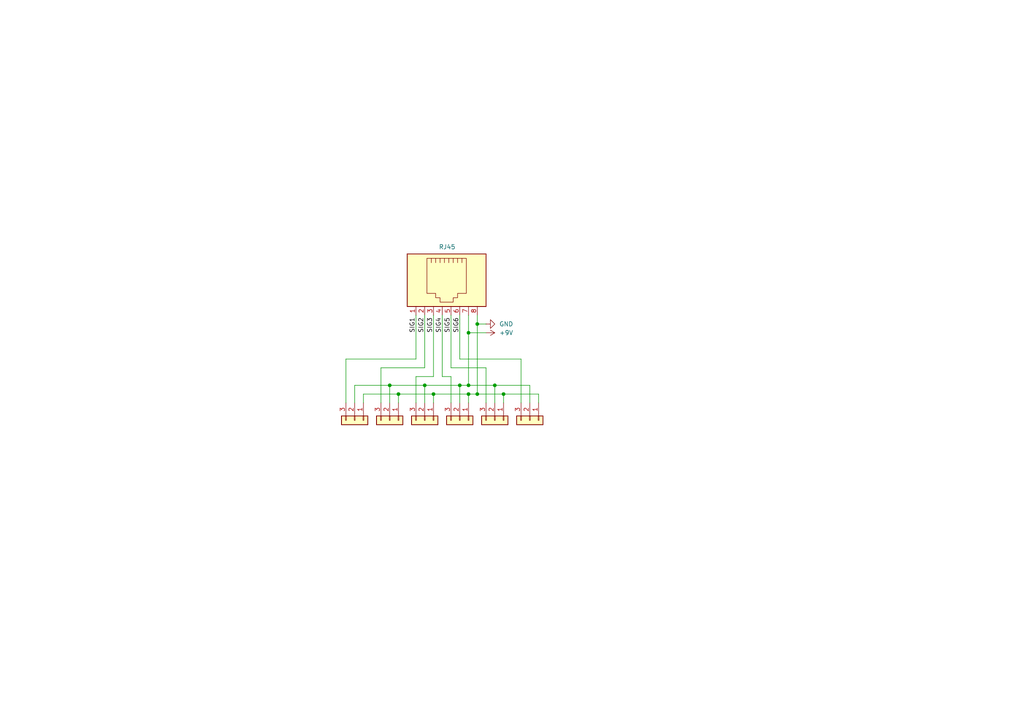
<source format=kicad_sch>
(kicad_sch (version 20250114) (generator "eeschema") (generator_version "9.0")
  (paper "A4")
  (lib_symbols
    (symbol "Connector:RJ45" (pin_names (offset 1.016))
      (property "Reference" "J" (at -5.08 13.97 0))
      (property "Value" "RJ45" (at 2.54 13.97 0))
      (symbol "RJ45_0_1"
        (polyline (pts (xy -6.35 1.905) (xy -5.08 1.905) (xy -5.08 1.905)))
        (polyline (pts (xy -6.35 0.635) (xy -5.08 0.635) (xy -5.08 0.635)))
        (polyline (pts (xy -6.35 -0.635) (xy -5.08 -0.635) (xy -5.08 -0.635)))
        (polyline (pts (xy -6.35 -1.905) (xy -5.08 -1.905) (xy -5.08 -1.905)))
        (polyline (pts (xy -6.35 -3.175) (xy -5.08 -3.175) (xy -5.08 -3.175)))
        (polyline (pts (xy -6.35 -4.445) (xy -6.35 6.985) (xy 3.81 6.985) (xy 3.81 4.445) (xy 5.08 4.445) (xy 5.08 3.175) (xy 6.35 3.175) (xy 6.35 -0.635) (xy 5.08 -0.635) (xy 5.08 -1.905) (xy 3.81 -1.905) (xy 3.81 -4.445) (xy -6.35 -4.445) (xy -6.35 -4.445)))
        (polyline (pts (xy -5.08 5.715) (xy -6.35 5.715)))
        (polyline (pts (xy -5.08 4.445) (xy -6.35 4.445)))
        (polyline (pts (xy -5.08 3.175) (xy -6.35 3.175) (xy -6.35 3.175)))
        (rectangle (start 7.62 12.7) (end -7.62 -10.16) (stroke (width 0.254)) (fill (type background)))
      )
      (symbol "RJ45_1_1"
        (pin passive line (at 10.16 10.16 180) (length 2.54) (name "~") (number "8"))
        (pin passive line (at 10.16 7.62 180) (length 2.54) (name "~") (number "7"))
        (pin passive line (at 10.16 5.08 180) (length 2.54) (name "~") (number "6"))
        (pin passive line (at 10.16 2.54 180) (length 2.54) (name "~") (number "5"))
        (pin passive line (at 10.16 0 180) (length 2.54) (name "~") (number "4"))
        (pin passive line (at 10.16 -2.54 180) (length 2.54) (name "~") (number "3"))
        (pin passive line (at 10.16 -5.08 180) (length 2.54) (name "~") (number "2"))
        (pin passive line (at 10.16 -7.62 180) (length 2.54) (name "~") (number "1"))
      )
    )
    (symbol "Connector_Generic:Conn_01x03" (pin_names (offset 1.016) (hide yes))
      (property "Reference" "J" (at 0 5.08 0))
      (property "Value" "Conn_01x03" (at 0 -5.08 0))
      (symbol "Conn_01x03_1_1"
        (rectangle (start -1.27 3.81) (end 1.27 -3.81) (stroke (width 0.254)) (fill (type background)))
        (rectangle (start -1.27 2.667) (end 0 2.413) (stroke (width 0.1524)))
        (rectangle (start -1.27 0.127) (end 0 -0.127) (stroke (width 0.1524)))
        (rectangle (start -1.27 -2.413) (end 0 -2.667) (stroke (width 0.1524)))
        (pin passive line (at -5.08 2.54 0) (length 3.81) (name "Pin_1") (number "1"))
        (pin passive line (at -5.08 0 0) (length 3.81) (name "Pin_2") (number "2"))
        (pin passive line (at -5.08 -2.54 0) (length 3.81) (name "Pin_3") (number "3"))
      )
    )
    (symbol "power:+9V" (power) (pin_numbers (hide yes)) (pin_names (offset 0) (hide yes))
      (property "Value" "+9V" (at 0 3.556 0))
      (symbol "+9V_0_1"
        (polyline (pts (xy -0.762 1.27) (xy 0 2.54)))
        (polyline (pts (xy 0 2.54) (xy 0.762 1.27)))
        (polyline (pts (xy 0 0) (xy 0 2.54)))
      )
      (symbol "+9V_1_1"
        (pin power_in line (at 0 0 90) (length 0) (name "~") (number "1"))
      )
    )
    (symbol "power:GND" (power) (pin_numbers (hide yes)) (pin_names (offset 0) (hide yes))
      (property "Value" "GND" (at 0 -3.81 0))
      (symbol "GND_0_1"
        (polyline (pts (xy 0 0) (xy 0 -1.27) (xy 1.27 -1.27) (xy 0 -2.54) (xy -1.27 -1.27) (xy 0 -1.27)))
      )
      (symbol "GND_1_1"
        (pin power_in line (at 0 0 270) (length 0) (name "~") (number "1"))
      )
    )
  )
  (junction (at 143.51 111.76))
  (junction (at 115.57 114.3))
  (junction (at 113.03 111.76))
  (junction (at 146.05 114.3))
  (junction (at 133.35 111.76))
  (junction (at 123.19 111.76))
  (junction (at 135.89 96.52))
  (junction (at 125.73 114.3))
  (junction (at 138.43 114.3))
  (junction (at 135.89 111.76))
  (junction (at 135.89 114.3))
  (junction (at 138.43 93.98))
  (wire (pts (xy 140.97 93.98) (xy 138.43 93.98)))
  (wire (pts (xy 143.51 111.76) (xy 143.51 116.84)))
  (wire (pts (xy 105.41 116.84) (xy 105.41 114.3)))
  (wire (pts (xy 133.35 104.14) (xy 151.13 104.14)))
  (wire (pts (xy 123.19 91.44) (xy 123.19 106.68)))
  (wire (pts (xy 135.89 111.76) (xy 143.51 111.76)))
  (wire (pts (xy 110.49 106.68) (xy 110.49 116.84)))
  (wire (pts (xy 128.27 109.22) (xy 130.81 109.22)))
  (wire (pts (xy 135.89 96.52) (xy 135.89 111.76)))
  (wire (pts (xy 138.43 93.98) (xy 138.43 114.3)))
  (wire (pts (xy 125.73 109.22) (xy 120.65 109.22)))
  (wire (pts (xy 105.41 114.3) (xy 115.57 114.3)))
  (wire (pts (xy 135.89 114.3) (xy 138.43 114.3)))
  (wire (pts (xy 100.33 104.14) (xy 120.65 104.14)))
  (wire (pts (xy 125.73 91.44) (xy 125.73 109.22)))
  (wire (pts (xy 130.81 106.68) (xy 140.97 106.68)))
  (wire (pts (xy 146.05 114.3) (xy 156.21 114.3)))
  (wire (pts (xy 130.81 91.44) (xy 130.81 106.68)))
  (wire (pts (xy 115.57 114.3) (xy 125.73 114.3)))
  (wire (pts (xy 138.43 93.98) (xy 138.43 91.44)))
  (wire (pts (xy 135.89 96.52) (xy 135.89 91.44)))
  (wire (pts (xy 100.33 104.14) (xy 100.33 116.84)))
  (wire (pts (xy 153.67 116.84) (xy 153.67 111.76)))
  (wire (pts (xy 123.19 111.76) (xy 133.35 111.76)))
  (wire (pts (xy 140.97 96.52) (xy 135.89 96.52)))
  (wire (pts (xy 151.13 104.14) (xy 151.13 116.84)))
  (wire (pts (xy 125.73 114.3) (xy 135.89 114.3)))
  (wire (pts (xy 138.43 114.3) (xy 146.05 114.3)))
  (wire (pts (xy 140.97 106.68) (xy 140.97 116.84)))
  (wire (pts (xy 125.73 114.3) (xy 125.73 116.84)))
  (wire (pts (xy 133.35 91.44) (xy 133.35 104.14)))
  (wire (pts (xy 130.81 109.22) (xy 130.81 116.84)))
  (wire (pts (xy 135.89 114.3) (xy 135.89 116.84)))
  (wire (pts (xy 102.87 111.76) (xy 113.03 111.76)))
  (wire (pts (xy 156.21 114.3) (xy 156.21 116.84)))
  (wire (pts (xy 143.51 111.76) (xy 153.67 111.76)))
  (wire (pts (xy 113.03 111.76) (xy 113.03 116.84)))
  (wire (pts (xy 113.03 111.76) (xy 123.19 111.76)))
  (wire (pts (xy 120.65 91.44) (xy 120.65 104.14)))
  (wire (pts (xy 115.57 114.3) (xy 115.57 116.84)))
  (wire (pts (xy 102.87 111.76) (xy 102.87 116.84)))
  (wire (pts (xy 123.19 111.76) (xy 123.19 116.84)))
  (wire (pts (xy 128.27 91.44) (xy 128.27 109.22)))
  (wire (pts (xy 133.35 111.76) (xy 135.89 111.76)))
  (wire (pts (xy 120.65 109.22) (xy 120.65 116.84)))
  (wire (pts (xy 146.05 116.84) (xy 146.05 114.3)))
  (wire (pts (xy 123.19 106.68) (xy 110.49 106.68)))
  (wire (pts (xy 133.35 111.76) (xy 133.35 116.84)))
  (label "SIG4" (at 128.27 96.52 90))
  (label "SIG3" (at 125.73 96.52 90))
  (label "SIG5" (at 130.81 96.52 90))
  (label "SIG1" (at 120.65 96.52 90))
  (label "SIG6" (at 133.35 96.52 90))
  (label "SIG2" (at 123.19 96.52 90))
  (symbol (lib_id "Connector_Generic:Conn_01x03") (at 102.87 121.92 270) (unit 1)
    (property "Reference" "J6" (effects (hide yes)))
    (property "Value" "Conn_01x03" (effects (hide yes)))
    (property "Description" "Generic connector, single row, 01x03, script generated (kicad-library-utils/schlib/autogen/connector/)" (effects (hide yes)))
  )
  (symbol (lib_id "Connector_Generic:Conn_01x03") (at 133.35 121.92 270) (unit 1)
    (property "Reference" "J4" (effects (hide yes)))
    (property "Value" "Conn_01x03" (effects (hide yes)))
    (property "Description" "Generic connector, single row, 01x03, script generated (kicad-library-utils/schlib/autogen/connector/)" (effects (hide yes)))
  )
  (symbol (lib_id "Connector_Generic:Conn_01x03") (at 153.67 121.92 270) (unit 1)
    (property "Reference" "J7" (effects (hide yes)))
    (property "Value" "Conn_01x03" (effects (hide yes)))
    (property "Description" "Generic connector, single row, 01x03, script generated (kicad-library-utils/schlib/autogen/connector/)" (effects (hide yes)))
  )
  (symbol (lib_id "Connector_Generic:Conn_01x03") (at 123.19 121.92 270) (unit 1)
    (property "Reference" "J3" (effects (hide yes)))
    (property "Value" "Conn_01x03" (effects (hide yes)))
    (property "Description" "Generic connector, single row, 01x03, script generated (kicad-library-utils/schlib/autogen/connector/)" (effects (hide yes)))
  )
  (symbol (lib_id "Connector_Generic:Conn_01x03") (at 113.03 121.92 270) (unit 1)
    (property "Reference" "J2" (effects (hide yes)))
    (property "Value" "Conn_01x03" (effects (hide yes)))
    (property "Description" "Generic connector, single row, 01x03, script generated (kicad-library-utils/schlib/autogen/connector/)" (effects (hide yes)))
  )
  (symbol (lib_id "power:GND") (at 140.97 93.98 90) (unit 1)
    (property "Reference" "#PWR01" (effects (hide yes)))
    (property "Value" "GND" (at 144.78 93.9799 90) (effects (justify right)))
    (property "Description" "Power symbol creates a global label with name \"GND\" , ground" (effects (hide yes)))
  )
  (symbol (lib_id "Connector:RJ45") (at 128.27 81.28 270) (unit 1)
    (property "Reference" "J1" (effects (hide yes)))
    (property "Value" "RJ45" (at 127.254 71.628 90) (effects (justify left)))
    (property "Description" "RJ connector, 8P8C (8 positions 8 connected)" (effects (hide yes)))
  )
  (symbol (lib_id "power:+9V") (at 140.97 96.52 270) (unit 1)
    (property "Reference" "#PWR02" (effects (hide yes)))
    (property "Value" "+9V" (at 144.78 96.5199 90) (effects (justify left)))
    (property "Description" "Power symbol creates a global label with name \"+9V\"" (effects (hide yes)))
  )
  (symbol (lib_id "Connector_Generic:Conn_01x03") (at 143.51 121.92 270) (unit 1)
    (property "Reference" "J5" (effects (hide yes)))
    (property "Value" "Conn_01x03" (effects (hide yes)))
    (property "Description" "Generic connector, single row, 01x03, script generated (kicad-library-utils/schlib/autogen/connector/)" (effects (hide yes)))
  )
)
</source>
